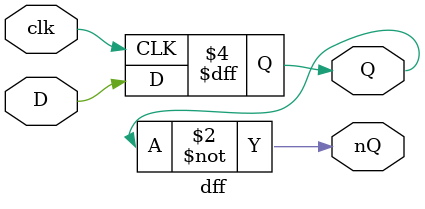
<source format=v>

module dff (
    input  wire clk,     // btnC
    input  wire D,       // sw[0]
    output reg  Q,       // led[0]
    output wire nQ       // led[1]
);
    initial Q = 1'b0;
    always @(posedge clk) begin
        Q <= D;
    end
    assign nQ = ~Q;
endmodule


</source>
